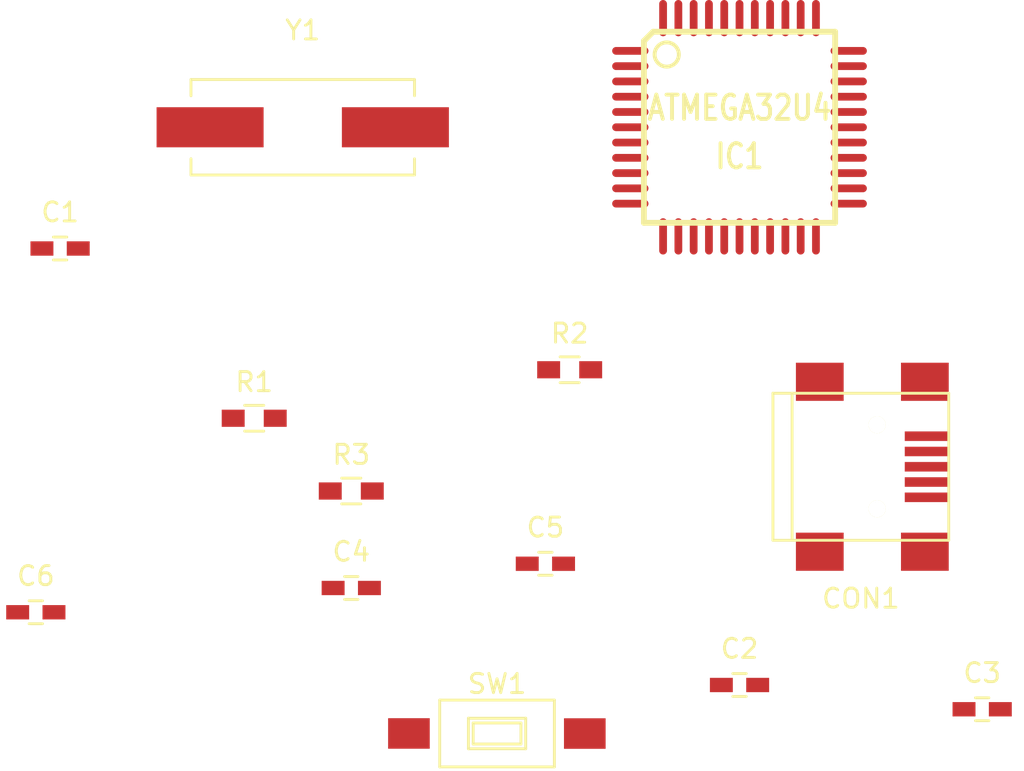
<source format=kicad_pcb>
(kicad_pcb (version 4) (host pcbnew "(2015-03-11 BZR 5507)-product")

  (general
    (links 36)
    (no_connects 36)
    (area 0 0 0 0)
    (thickness 1.6)
    (drawings 0)
    (tracks 0)
    (zones 0)
    (modules 13)
    (nets 40)
  )

  (page A4)
  (layers
    (0 F.Cu signal)
    (31 B.Cu signal)
    (32 B.Adhes user)
    (33 F.Adhes user)
    (34 B.Paste user)
    (35 F.Paste user)
    (36 B.SilkS user)
    (37 F.SilkS user)
    (38 B.Mask user)
    (39 F.Mask user)
    (40 Dwgs.User user)
    (41 Cmts.User user)
    (42 Eco1.User user)
    (43 Eco2.User user)
    (44 Edge.Cuts user)
    (45 Margin user)
    (46 B.CrtYd user)
    (47 F.CrtYd user)
    (48 B.Fab user)
    (49 F.Fab user)
  )

  (setup
    (last_trace_width 0.254)
    (trace_clearance 0.254)
    (zone_clearance 0.508)
    (zone_45_only no)
    (trace_min 0.254)
    (segment_width 0.2)
    (edge_width 0.1)
    (via_size 0.889)
    (via_drill 0.635)
    (via_min_size 0.889)
    (via_min_drill 0.508)
    (uvia_size 0.508)
    (uvia_drill 0.127)
    (uvias_allowed no)
    (uvia_min_size 0.508)
    (uvia_min_drill 0.127)
    (pcb_text_width 0.3)
    (pcb_text_size 1.5 1.5)
    (mod_edge_width 0.15)
    (mod_text_size 1 1)
    (mod_text_width 0.15)
    (pad_size 1.5 1.5)
    (pad_drill 0.6)
    (pad_to_mask_clearance 0)
    (aux_axis_origin 0 0)
    (visible_elements FFFFFF7F)
    (pcbplotparams
      (layerselection 0x00030_80000001)
      (usegerberextensions false)
      (excludeedgelayer true)
      (linewidth 0.100000)
      (plotframeref false)
      (viasonmask false)
      (mode 1)
      (useauxorigin false)
      (hpglpennumber 1)
      (hpglpenspeed 20)
      (hpglpendiameter 15)
      (hpglpenoverlay 2)
      (psnegative false)
      (psa4output false)
      (plotreference true)
      (plotvalue true)
      (plotinvisibletext false)
      (padsonsilk false)
      (subtractmaskfromsilk false)
      (outputformat 1)
      (mirror false)
      (drillshape 1)
      (scaleselection 1)
      (outputdirectory ""))
  )

  (net 0 "")
  (net 1 "Net-(C1-Pad1)")
  (net 2 GNDREF)
  (net 3 "Net-(C4-Pad1)")
  (net 4 "Net-(C5-Pad1)")
  (net 5 "Net-(CON1-Pad2)")
  (net 6 "Net-(CON1-Pad3)")
  (net 7 "Net-(CON1-Pad4)")
  (net 8 "Net-(CON1-Pad6)")
  (net 9 "Net-(IC1-Pad39)")
  (net 10 "Net-(IC1-Pad40)")
  (net 11 "Net-(IC1-Pad41)")
  (net 12 "Net-(IC1-Pad42)")
  (net 13 "Net-(IC1-Pad38)")
  (net 14 "Net-(IC1-Pad37)")
  (net 15 "Net-(IC1-Pad36)")
  (net 16 "Net-(IC1-Pad13)")
  (net 17 "Net-(IC1-Pad12)")
  (net 18 "Net-(IC1-Pad18)")
  (net 19 "Net-(IC1-Pad19)")
  (net 20 "Net-(IC1-Pad20)")
  (net 21 "Net-(IC1-Pad21)")
  (net 22 "Net-(IC1-Pad22)")
  (net 23 "Net-(IC1-Pad6)")
  (net 24 "Net-(IC1-Pad28)")
  (net 25 "Net-(IC1-Pad27)")
  (net 26 "Net-(IC1-Pad26)")
  (net 27 "Net-(IC1-Pad8)")
  (net 28 "Net-(IC1-Pad9)")
  (net 29 "Net-(IC1-Pad25)")
  (net 30 "Net-(IC1-Pad10)")
  (net 31 "Net-(IC1-Pad11)")
  (net 32 "Net-(IC1-Pad29)")
  (net 33 "Net-(IC1-Pad4)")
  (net 34 "Net-(IC1-Pad30)")
  (net 35 "Net-(IC1-Pad31)")
  (net 36 "Net-(IC1-Pad3)")
  (net 37 "Net-(IC1-Pad32)")
  (net 38 "Net-(IC1-Pad33)")
  (net 39 "Net-(IC1-Pad1)")

  (net_class Default "This is the default net class."
    (clearance 0.254)
    (trace_width 0.254)
    (via_dia 0.889)
    (via_drill 0.635)
    (uvia_dia 0.508)
    (uvia_drill 0.127)
    (add_net GNDREF)
    (add_net "Net-(C1-Pad1)")
    (add_net "Net-(C4-Pad1)")
    (add_net "Net-(C5-Pad1)")
    (add_net "Net-(CON1-Pad2)")
    (add_net "Net-(CON1-Pad3)")
    (add_net "Net-(CON1-Pad4)")
    (add_net "Net-(CON1-Pad6)")
    (add_net "Net-(IC1-Pad1)")
    (add_net "Net-(IC1-Pad10)")
    (add_net "Net-(IC1-Pad11)")
    (add_net "Net-(IC1-Pad12)")
    (add_net "Net-(IC1-Pad13)")
    (add_net "Net-(IC1-Pad18)")
    (add_net "Net-(IC1-Pad19)")
    (add_net "Net-(IC1-Pad20)")
    (add_net "Net-(IC1-Pad21)")
    (add_net "Net-(IC1-Pad22)")
    (add_net "Net-(IC1-Pad25)")
    (add_net "Net-(IC1-Pad26)")
    (add_net "Net-(IC1-Pad27)")
    (add_net "Net-(IC1-Pad28)")
    (add_net "Net-(IC1-Pad29)")
    (add_net "Net-(IC1-Pad3)")
    (add_net "Net-(IC1-Pad30)")
    (add_net "Net-(IC1-Pad31)")
    (add_net "Net-(IC1-Pad32)")
    (add_net "Net-(IC1-Pad33)")
    (add_net "Net-(IC1-Pad36)")
    (add_net "Net-(IC1-Pad37)")
    (add_net "Net-(IC1-Pad38)")
    (add_net "Net-(IC1-Pad39)")
    (add_net "Net-(IC1-Pad4)")
    (add_net "Net-(IC1-Pad40)")
    (add_net "Net-(IC1-Pad41)")
    (add_net "Net-(IC1-Pad42)")
    (add_net "Net-(IC1-Pad6)")
    (add_net "Net-(IC1-Pad8)")
    (add_net "Net-(IC1-Pad9)")
  )

  (module Capacitors_SMD:C_0603_HandSoldering (layer F.Cu) (tedit 541A9B4D) (tstamp 5599629D)
    (at 125.73 95.25)
    (descr "Capacitor SMD 0603, hand soldering")
    (tags "capacitor 0603")
    (path /559C76DC)
    (attr smd)
    (fp_text reference C1 (at 0 -1.9) (layer F.SilkS)
      (effects (font (size 1 1) (thickness 0.15)))
    )
    (fp_text value 0.1uF (at 0 1.9) (layer F.Fab)
      (effects (font (size 1 1) (thickness 0.15)))
    )
    (fp_line (start -1.85 -0.75) (end 1.85 -0.75) (layer F.CrtYd) (width 0.05))
    (fp_line (start -1.85 0.75) (end 1.85 0.75) (layer F.CrtYd) (width 0.05))
    (fp_line (start -1.85 -0.75) (end -1.85 0.75) (layer F.CrtYd) (width 0.05))
    (fp_line (start 1.85 -0.75) (end 1.85 0.75) (layer F.CrtYd) (width 0.05))
    (fp_line (start -0.35 -0.6) (end 0.35 -0.6) (layer F.SilkS) (width 0.15))
    (fp_line (start 0.35 0.6) (end -0.35 0.6) (layer F.SilkS) (width 0.15))
    (pad 1 smd rect (at -0.95 0) (size 1.2 0.75) (layers F.Cu F.Paste F.Mask)
      (net 1 "Net-(C1-Pad1)"))
    (pad 2 smd rect (at 0.95 0) (size 1.2 0.75) (layers F.Cu F.Paste F.Mask)
      (net 2 GNDREF))
    (model Capacitors_SMD.3dshapes/C_0603_HandSoldering.wrl
      (at (xyz 0 0 0))
      (scale (xyz 1 1 1))
      (rotate (xyz 0 0 0))
    )
  )

  (module Capacitors_SMD:C_0603_HandSoldering (layer F.Cu) (tedit 541A9B4D) (tstamp 559962A3)
    (at 161.29 118.11)
    (descr "Capacitor SMD 0603, hand soldering")
    (tags "capacitor 0603")
    (path /559C7626)
    (attr smd)
    (fp_text reference C2 (at 0 -1.9) (layer F.SilkS)
      (effects (font (size 1 1) (thickness 0.15)))
    )
    (fp_text value 0.1uF (at 0 1.9) (layer F.Fab)
      (effects (font (size 1 1) (thickness 0.15)))
    )
    (fp_line (start -1.85 -0.75) (end 1.85 -0.75) (layer F.CrtYd) (width 0.05))
    (fp_line (start -1.85 0.75) (end 1.85 0.75) (layer F.CrtYd) (width 0.05))
    (fp_line (start -1.85 -0.75) (end -1.85 0.75) (layer F.CrtYd) (width 0.05))
    (fp_line (start 1.85 -0.75) (end 1.85 0.75) (layer F.CrtYd) (width 0.05))
    (fp_line (start -0.35 -0.6) (end 0.35 -0.6) (layer F.SilkS) (width 0.15))
    (fp_line (start 0.35 0.6) (end -0.35 0.6) (layer F.SilkS) (width 0.15))
    (pad 1 smd rect (at -0.95 0) (size 1.2 0.75) (layers F.Cu F.Paste F.Mask)
      (net 1 "Net-(C1-Pad1)"))
    (pad 2 smd rect (at 0.95 0) (size 1.2 0.75) (layers F.Cu F.Paste F.Mask)
      (net 2 GNDREF))
    (model Capacitors_SMD.3dshapes/C_0603_HandSoldering.wrl
      (at (xyz 0 0 0))
      (scale (xyz 1 1 1))
      (rotate (xyz 0 0 0))
    )
  )

  (module Capacitors_SMD:C_0603_HandSoldering (layer F.Cu) (tedit 541A9B4D) (tstamp 559962A9)
    (at 173.99 119.38)
    (descr "Capacitor SMD 0603, hand soldering")
    (tags "capacitor 0603")
    (path /559C7565)
    (attr smd)
    (fp_text reference C3 (at 0 -1.9) (layer F.SilkS)
      (effects (font (size 1 1) (thickness 0.15)))
    )
    (fp_text value 0.1uF (at 0 1.9) (layer F.Fab)
      (effects (font (size 1 1) (thickness 0.15)))
    )
    (fp_line (start -1.85 -0.75) (end 1.85 -0.75) (layer F.CrtYd) (width 0.05))
    (fp_line (start -1.85 0.75) (end 1.85 0.75) (layer F.CrtYd) (width 0.05))
    (fp_line (start -1.85 -0.75) (end -1.85 0.75) (layer F.CrtYd) (width 0.05))
    (fp_line (start 1.85 -0.75) (end 1.85 0.75) (layer F.CrtYd) (width 0.05))
    (fp_line (start -0.35 -0.6) (end 0.35 -0.6) (layer F.SilkS) (width 0.15))
    (fp_line (start 0.35 0.6) (end -0.35 0.6) (layer F.SilkS) (width 0.15))
    (pad 1 smd rect (at -0.95 0) (size 1.2 0.75) (layers F.Cu F.Paste F.Mask)
      (net 1 "Net-(C1-Pad1)"))
    (pad 2 smd rect (at 0.95 0) (size 1.2 0.75) (layers F.Cu F.Paste F.Mask)
      (net 2 GNDREF))
    (model Capacitors_SMD.3dshapes/C_0603_HandSoldering.wrl
      (at (xyz 0 0 0))
      (scale (xyz 1 1 1))
      (rotate (xyz 0 0 0))
    )
  )

  (module Capacitors_SMD:C_0603_HandSoldering (layer F.Cu) (tedit 541A9B4D) (tstamp 559962AF)
    (at 140.97 113.03)
    (descr "Capacitor SMD 0603, hand soldering")
    (tags "capacitor 0603")
    (path /559D7687)
    (attr smd)
    (fp_text reference C4 (at 0 -1.9) (layer F.SilkS)
      (effects (font (size 1 1) (thickness 0.15)))
    )
    (fp_text value 10pF (at 0 1.9) (layer F.Fab)
      (effects (font (size 1 1) (thickness 0.15)))
    )
    (fp_line (start -1.85 -0.75) (end 1.85 -0.75) (layer F.CrtYd) (width 0.05))
    (fp_line (start -1.85 0.75) (end 1.85 0.75) (layer F.CrtYd) (width 0.05))
    (fp_line (start -1.85 -0.75) (end -1.85 0.75) (layer F.CrtYd) (width 0.05))
    (fp_line (start 1.85 -0.75) (end 1.85 0.75) (layer F.CrtYd) (width 0.05))
    (fp_line (start -0.35 -0.6) (end 0.35 -0.6) (layer F.SilkS) (width 0.15))
    (fp_line (start 0.35 0.6) (end -0.35 0.6) (layer F.SilkS) (width 0.15))
    (pad 1 smd rect (at -0.95 0) (size 1.2 0.75) (layers F.Cu F.Paste F.Mask)
      (net 3 "Net-(C4-Pad1)"))
    (pad 2 smd rect (at 0.95 0) (size 1.2 0.75) (layers F.Cu F.Paste F.Mask)
      (net 2 GNDREF))
    (model Capacitors_SMD.3dshapes/C_0603_HandSoldering.wrl
      (at (xyz 0 0 0))
      (scale (xyz 1 1 1))
      (rotate (xyz 0 0 0))
    )
  )

  (module Capacitors_SMD:C_0603_HandSoldering (layer F.Cu) (tedit 541A9B4D) (tstamp 559962B5)
    (at 151.13 111.76)
    (descr "Capacitor SMD 0603, hand soldering")
    (tags "capacitor 0603")
    (path /559D7752)
    (attr smd)
    (fp_text reference C5 (at 0 -1.9) (layer F.SilkS)
      (effects (font (size 1 1) (thickness 0.15)))
    )
    (fp_text value 10pF (at 0 1.9) (layer F.Fab)
      (effects (font (size 1 1) (thickness 0.15)))
    )
    (fp_line (start -1.85 -0.75) (end 1.85 -0.75) (layer F.CrtYd) (width 0.05))
    (fp_line (start -1.85 0.75) (end 1.85 0.75) (layer F.CrtYd) (width 0.05))
    (fp_line (start -1.85 -0.75) (end -1.85 0.75) (layer F.CrtYd) (width 0.05))
    (fp_line (start 1.85 -0.75) (end 1.85 0.75) (layer F.CrtYd) (width 0.05))
    (fp_line (start -0.35 -0.6) (end 0.35 -0.6) (layer F.SilkS) (width 0.15))
    (fp_line (start 0.35 0.6) (end -0.35 0.6) (layer F.SilkS) (width 0.15))
    (pad 1 smd rect (at -0.95 0) (size 1.2 0.75) (layers F.Cu F.Paste F.Mask)
      (net 4 "Net-(C5-Pad1)"))
    (pad 2 smd rect (at 0.95 0) (size 1.2 0.75) (layers F.Cu F.Paste F.Mask)
      (net 2 GNDREF))
    (model Capacitors_SMD.3dshapes/C_0603_HandSoldering.wrl
      (at (xyz 0 0 0))
      (scale (xyz 1 1 1))
      (rotate (xyz 0 0 0))
    )
  )

  (module Capacitors_SMD:C_0603_HandSoldering (layer F.Cu) (tedit 541A9B4D) (tstamp 559962BB)
    (at 124.46 114.3)
    (descr "Capacitor SMD 0603, hand soldering")
    (tags "capacitor 0603")
    (path /559C3A75)
    (attr smd)
    (fp_text reference C6 (at 0 -1.9) (layer F.SilkS)
      (effects (font (size 1 1) (thickness 0.15)))
    )
    (fp_text value 1uF (at 0 1.9) (layer F.Fab)
      (effects (font (size 1 1) (thickness 0.15)))
    )
    (fp_line (start -1.85 -0.75) (end 1.85 -0.75) (layer F.CrtYd) (width 0.05))
    (fp_line (start -1.85 0.75) (end 1.85 0.75) (layer F.CrtYd) (width 0.05))
    (fp_line (start -1.85 -0.75) (end -1.85 0.75) (layer F.CrtYd) (width 0.05))
    (fp_line (start 1.85 -0.75) (end 1.85 0.75) (layer F.CrtYd) (width 0.05))
    (fp_line (start -0.35 -0.6) (end 0.35 -0.6) (layer F.SilkS) (width 0.15))
    (fp_line (start 0.35 0.6) (end -0.35 0.6) (layer F.SilkS) (width 0.15))
    (pad 1 smd rect (at -0.95 0) (size 1.2 0.75) (layers F.Cu F.Paste F.Mask)
      (net 1 "Net-(C1-Pad1)"))
    (pad 2 smd rect (at 0.95 0) (size 1.2 0.75) (layers F.Cu F.Paste F.Mask)
      (net 2 GNDREF))
    (model Capacitors_SMD.3dshapes/C_0603_HandSoldering.wrl
      (at (xyz 0 0 0))
      (scale (xyz 1 1 1))
      (rotate (xyz 0 0 0))
    )
  )

  (module Connect:USB_Mini-B (layer F.Cu) (tedit 5543E571) (tstamp 559962CA)
    (at 167.64 106.68)
    (descr "USB Mini-B 5-pin SMD connector")
    (tags "USB USB_B USB_Mini connector")
    (path /559B6055)
    (attr smd)
    (fp_text reference CON1 (at 0 6.90118) (layer F.SilkS)
      (effects (font (size 1 1) (thickness 0.15)))
    )
    (fp_text value USB-MINI-B (at 0 -7.0993) (layer F.Fab)
      (effects (font (size 1 1) (thickness 0.15)))
    )
    (fp_line (start -4.85 -5.7) (end 4.85 -5.7) (layer F.CrtYd) (width 0.05))
    (fp_line (start 4.85 -5.7) (end 4.85 5.7) (layer F.CrtYd) (width 0.05))
    (fp_line (start 4.85 5.7) (end -4.85 5.7) (layer F.CrtYd) (width 0.05))
    (fp_line (start -4.85 5.7) (end -4.85 -5.7) (layer F.CrtYd) (width 0.05))
    (fp_line (start -3.59918 -3.85064) (end -3.59918 3.85064) (layer F.SilkS) (width 0.15))
    (fp_line (start -4.59994 -3.85064) (end -4.59994 3.85064) (layer F.SilkS) (width 0.15))
    (fp_line (start -4.59994 3.85064) (end 4.59994 3.85064) (layer F.SilkS) (width 0.15))
    (fp_line (start 4.59994 3.85064) (end 4.59994 -3.85064) (layer F.SilkS) (width 0.15))
    (fp_line (start 4.59994 -3.85064) (end -4.59994 -3.85064) (layer F.SilkS) (width 0.15))
    (pad 1 smd rect (at 3.44932 -1.6002) (size 2.30124 0.50038) (layers F.Cu F.Paste F.Mask)
      (net 1 "Net-(C1-Pad1)"))
    (pad 2 smd rect (at 3.44932 -0.8001) (size 2.30124 0.50038) (layers F.Cu F.Paste F.Mask)
      (net 5 "Net-(CON1-Pad2)"))
    (pad 3 smd rect (at 3.44932 0) (size 2.30124 0.50038) (layers F.Cu F.Paste F.Mask)
      (net 6 "Net-(CON1-Pad3)"))
    (pad 4 smd rect (at 3.44932 0.8001) (size 2.30124 0.50038) (layers F.Cu F.Paste F.Mask)
      (net 7 "Net-(CON1-Pad4)"))
    (pad 5 smd rect (at 3.44932 1.6002) (size 2.30124 0.50038) (layers F.Cu F.Paste F.Mask)
      (net 2 GNDREF))
    (pad 6 smd rect (at 3.35026 -4.45008) (size 2.49936 1.99898) (layers F.Cu F.Paste F.Mask)
      (net 8 "Net-(CON1-Pad6)"))
    (pad 6 smd rect (at -2.14884 -4.45008) (size 2.49936 1.99898) (layers F.Cu F.Paste F.Mask)
      (net 8 "Net-(CON1-Pad6)"))
    (pad 6 smd rect (at 3.35026 4.45008) (size 2.49936 1.99898) (layers F.Cu F.Paste F.Mask)
      (net 8 "Net-(CON1-Pad6)"))
    (pad 6 smd rect (at -2.14884 4.45008) (size 2.49936 1.99898) (layers F.Cu F.Paste F.Mask)
      (net 8 "Net-(CON1-Pad6)"))
    (pad "" np_thru_hole circle (at 0.8509 -2.19964) (size 0.89916 0.89916) (drill 0.89916) (layers *.Cu *.Mask F.SilkS))
    (pad "" np_thru_hole circle (at 0.8509 2.19964) (size 0.89916 0.89916) (drill 0.89916) (layers *.Cu *.Mask F.SilkS))
  )

  (module tqfp:TQFP44 (layer F.Cu) (tedit 5251534B) (tstamp 559962FA)
    (at 161.29 88.9)
    (descr "TQFP44 with rounded pads")
    (path /559B4FC3)
    (attr smd)
    (fp_text reference IC1 (at 0 1.524) (layer F.SilkS)
      (effects (font (size 1.27 1.016) (thickness 0.2032)))
    )
    (fp_text value ATMEGA32U4 (at 0 -1.016) (layer F.SilkS)
      (effects (font (size 1.27 1.016) (thickness 0.2032)))
    )
    (fp_line (start 5.0038 -5.0038) (end 5.0038 5.0038) (layer F.SilkS) (width 0.3048))
    (fp_line (start 5.0038 5.0038) (end -5.0038 5.0038) (layer F.SilkS) (width 0.3048))
    (fp_line (start -5.0038 -4.5212) (end -5.0038 5.0038) (layer F.SilkS) (width 0.3048))
    (fp_line (start -4.5212 -5.0038) (end 5.0038 -5.0038) (layer F.SilkS) (width 0.3048))
    (fp_line (start -5.0038 -4.5212) (end -4.5212 -5.0038) (layer F.SilkS) (width 0.3048))
    (fp_circle (center -3.81 -3.81) (end -3.81 -3.175) (layer F.SilkS) (width 0.2032))
    (pad 39 smd oval (at 0 -5.715) (size 0.4064 1.89992) (layers F.Cu F.Paste F.Mask)
      (net 9 "Net-(IC1-Pad39)"))
    (pad 40 smd oval (at -0.8001 -5.715) (size 0.4064 1.89992) (layers F.Cu F.Paste F.Mask)
      (net 10 "Net-(IC1-Pad40)"))
    (pad 41 smd oval (at -1.6002 -5.715) (size 0.4064 1.89992) (layers F.Cu F.Paste F.Mask)
      (net 11 "Net-(IC1-Pad41)"))
    (pad 42 smd oval (at -2.4003 -5.715) (size 0.4064 1.89992) (layers F.Cu F.Paste F.Mask)
      (net 12 "Net-(IC1-Pad42)"))
    (pad 43 smd oval (at -3.2004 -5.715) (size 0.4064 1.89992) (layers F.Cu F.Paste F.Mask)
      (net 2 GNDREF))
    (pad 44 smd oval (at -4.0005 -5.715) (size 0.4064 1.89992) (layers F.Cu F.Paste F.Mask)
      (net 1 "Net-(C1-Pad1)"))
    (pad 38 smd oval (at 0.8001 -5.715) (size 0.4064 1.89992) (layers F.Cu F.Paste F.Mask)
      (net 13 "Net-(IC1-Pad38)"))
    (pad 37 smd oval (at 1.6002 -5.715) (size 0.4064 1.89992) (layers F.Cu F.Paste F.Mask)
      (net 14 "Net-(IC1-Pad37)"))
    (pad 36 smd oval (at 2.4003 -5.715) (size 0.4064 1.89992) (layers F.Cu F.Paste F.Mask)
      (net 15 "Net-(IC1-Pad36)"))
    (pad 35 smd oval (at 3.2004 -5.715) (size 0.4064 1.89992) (layers F.Cu F.Paste F.Mask)
      (net 2 GNDREF))
    (pad 34 smd oval (at 4.0005 -5.715) (size 0.4064 1.89992) (layers F.Cu F.Paste F.Mask)
      (net 1 "Net-(C1-Pad1)"))
    (pad 17 smd oval (at 0 5.715) (size 0.4064 1.89992) (layers F.Cu F.Paste F.Mask)
      (net 4 "Net-(C5-Pad1)"))
    (pad 16 smd oval (at -0.8001 5.715) (size 0.4064 1.89992) (layers F.Cu F.Paste F.Mask)
      (net 3 "Net-(C4-Pad1)"))
    (pad 15 smd oval (at -1.6002 5.715) (size 0.4064 1.89992) (layers F.Cu F.Paste F.Mask)
      (net 2 GNDREF))
    (pad 14 smd oval (at -2.4003 5.715) (size 0.4064 1.89992) (layers F.Cu F.Paste F.Mask)
      (net 1 "Net-(C1-Pad1)"))
    (pad 13 smd oval (at -3.2004 5.715) (size 0.4064 1.89992) (layers F.Cu F.Paste F.Mask)
      (net 16 "Net-(IC1-Pad13)"))
    (pad 12 smd oval (at -4.0005 5.715) (size 0.4064 1.89992) (layers F.Cu F.Paste F.Mask)
      (net 17 "Net-(IC1-Pad12)"))
    (pad 18 smd oval (at 0.8001 5.715) (size 0.4064 1.89992) (layers F.Cu F.Paste F.Mask)
      (net 18 "Net-(IC1-Pad18)"))
    (pad 19 smd oval (at 1.6002 5.715) (size 0.4064 1.89992) (layers F.Cu F.Paste F.Mask)
      (net 19 "Net-(IC1-Pad19)"))
    (pad 20 smd oval (at 2.4003 5.715) (size 0.4064 1.89992) (layers F.Cu F.Paste F.Mask)
      (net 20 "Net-(IC1-Pad20)"))
    (pad 21 smd oval (at 3.2004 5.715) (size 0.4064 1.89992) (layers F.Cu F.Paste F.Mask)
      (net 21 "Net-(IC1-Pad21)"))
    (pad 22 smd oval (at 4.0005 5.715) (size 0.4064 1.89992) (layers F.Cu F.Paste F.Mask)
      (net 22 "Net-(IC1-Pad22)"))
    (pad 6 smd oval (at -5.715 0) (size 1.89992 0.4064) (layers F.Cu F.Paste F.Mask)
      (net 23 "Net-(IC1-Pad6)"))
    (pad 28 smd oval (at 5.715 0) (size 1.89992 0.4064) (layers F.Cu F.Paste F.Mask)
      (net 24 "Net-(IC1-Pad28)"))
    (pad 7 smd oval (at -5.715 0.8001) (size 1.89992 0.4064) (layers F.Cu F.Paste F.Mask)
      (net 1 "Net-(C1-Pad1)"))
    (pad 27 smd oval (at 5.715 0.8001) (size 1.89992 0.4064) (layers F.Cu F.Paste F.Mask)
      (net 25 "Net-(IC1-Pad27)"))
    (pad 26 smd oval (at 5.715 1.6002) (size 1.89992 0.4064) (layers F.Cu F.Paste F.Mask)
      (net 26 "Net-(IC1-Pad26)"))
    (pad 8 smd oval (at -5.715 1.6002) (size 1.89992 0.4064) (layers F.Cu F.Paste F.Mask)
      (net 27 "Net-(IC1-Pad8)"))
    (pad 9 smd oval (at -5.715 2.4003) (size 1.89992 0.4064) (layers F.Cu F.Paste F.Mask)
      (net 28 "Net-(IC1-Pad9)"))
    (pad 25 smd oval (at 5.715 2.4003) (size 1.89992 0.4064) (layers F.Cu F.Paste F.Mask)
      (net 29 "Net-(IC1-Pad25)"))
    (pad 24 smd oval (at 5.715 3.2004) (size 1.89992 0.4064) (layers F.Cu F.Paste F.Mask)
      (net 1 "Net-(C1-Pad1)"))
    (pad 10 smd oval (at -5.715 3.2004) (size 1.89992 0.4064) (layers F.Cu F.Paste F.Mask)
      (net 30 "Net-(IC1-Pad10)"))
    (pad 11 smd oval (at -5.715 4.0005) (size 1.89992 0.4064) (layers F.Cu F.Paste F.Mask)
      (net 31 "Net-(IC1-Pad11)"))
    (pad 23 smd oval (at 5.715 4.0005) (size 1.89992 0.4064) (layers F.Cu F.Paste F.Mask)
      (net 2 GNDREF))
    (pad 29 smd oval (at 5.715 -0.8001) (size 1.89992 0.4064) (layers F.Cu F.Paste F.Mask)
      (net 32 "Net-(IC1-Pad29)"))
    (pad 5 smd oval (at -5.715 -0.8001) (size 1.89992 0.4064) (layers F.Cu F.Paste F.Mask)
      (net 2 GNDREF))
    (pad 4 smd oval (at -5.715 -1.6002) (size 1.89992 0.4064) (layers F.Cu F.Paste F.Mask)
      (net 33 "Net-(IC1-Pad4)"))
    (pad 30 smd oval (at 5.715 -1.6002) (size 1.89992 0.4064) (layers F.Cu F.Paste F.Mask)
      (net 34 "Net-(IC1-Pad30)"))
    (pad 31 smd oval (at 5.715 -2.4003) (size 1.89992 0.4064) (layers F.Cu F.Paste F.Mask)
      (net 35 "Net-(IC1-Pad31)"))
    (pad 3 smd oval (at -5.715 -2.4003) (size 1.89992 0.4064) (layers F.Cu F.Paste F.Mask)
      (net 36 "Net-(IC1-Pad3)"))
    (pad 2 smd oval (at -5.715 -3.2004) (size 1.89992 0.4064) (layers F.Cu F.Paste F.Mask)
      (net 1 "Net-(C1-Pad1)"))
    (pad 32 smd oval (at 5.715 -3.2004) (size 1.89992 0.4064) (layers F.Cu F.Paste F.Mask)
      (net 37 "Net-(IC1-Pad32)"))
    (pad 33 smd oval (at 5.715 -4.0005) (size 1.89992 0.4064) (layers F.Cu F.Paste F.Mask)
      (net 38 "Net-(IC1-Pad33)"))
    (pad 1 smd oval (at -5.715 -4.0005) (size 1.89992 0.4064) (layers F.Cu F.Paste F.Mask)
      (net 39 "Net-(IC1-Pad1)"))
  )

  (module Resistors_SMD:R_0603_HandSoldering (layer F.Cu) (tedit 5418A00F) (tstamp 55996300)
    (at 135.89 104.14)
    (descr "Resistor SMD 0603, hand soldering")
    (tags "resistor 0603")
    (path /559D105D)
    (attr smd)
    (fp_text reference R1 (at 0 -1.9) (layer F.SilkS)
      (effects (font (size 1 1) (thickness 0.15)))
    )
    (fp_text value 22 (at 0 1.9) (layer F.Fab)
      (effects (font (size 1 1) (thickness 0.15)))
    )
    (fp_line (start -2 -0.8) (end 2 -0.8) (layer F.CrtYd) (width 0.05))
    (fp_line (start -2 0.8) (end 2 0.8) (layer F.CrtYd) (width 0.05))
    (fp_line (start -2 -0.8) (end -2 0.8) (layer F.CrtYd) (width 0.05))
    (fp_line (start 2 -0.8) (end 2 0.8) (layer F.CrtYd) (width 0.05))
    (fp_line (start 0.5 0.675) (end -0.5 0.675) (layer F.SilkS) (width 0.15))
    (fp_line (start -0.5 -0.675) (end 0.5 -0.675) (layer F.SilkS) (width 0.15))
    (pad 1 smd rect (at -1.1 0) (size 1.2 0.9) (layers F.Cu F.Paste F.Mask)
      (net 36 "Net-(IC1-Pad3)"))
    (pad 2 smd rect (at 1.1 0) (size 1.2 0.9) (layers F.Cu F.Paste F.Mask)
      (net 6 "Net-(CON1-Pad3)"))
    (model Resistors_SMD.3dshapes/R_0603_HandSoldering.wrl
      (at (xyz 0 0 0))
      (scale (xyz 1 1 1))
      (rotate (xyz 0 0 0))
    )
  )

  (module Resistors_SMD:R_0603_HandSoldering (layer F.Cu) (tedit 5418A00F) (tstamp 55996306)
    (at 152.4 101.6)
    (descr "Resistor SMD 0603, hand soldering")
    (tags "resistor 0603")
    (path /559D0F6D)
    (attr smd)
    (fp_text reference R2 (at 0 -1.9) (layer F.SilkS)
      (effects (font (size 1 1) (thickness 0.15)))
    )
    (fp_text value 22 (at 0 1.9) (layer F.Fab)
      (effects (font (size 1 1) (thickness 0.15)))
    )
    (fp_line (start -2 -0.8) (end 2 -0.8) (layer F.CrtYd) (width 0.05))
    (fp_line (start -2 0.8) (end 2 0.8) (layer F.CrtYd) (width 0.05))
    (fp_line (start -2 -0.8) (end -2 0.8) (layer F.CrtYd) (width 0.05))
    (fp_line (start 2 -0.8) (end 2 0.8) (layer F.CrtYd) (width 0.05))
    (fp_line (start 0.5 0.675) (end -0.5 0.675) (layer F.SilkS) (width 0.15))
    (fp_line (start -0.5 -0.675) (end 0.5 -0.675) (layer F.SilkS) (width 0.15))
    (pad 1 smd rect (at -1.1 0) (size 1.2 0.9) (layers F.Cu F.Paste F.Mask)
      (net 33 "Net-(IC1-Pad4)"))
    (pad 2 smd rect (at 1.1 0) (size 1.2 0.9) (layers F.Cu F.Paste F.Mask)
      (net 5 "Net-(CON1-Pad2)"))
    (model Resistors_SMD.3dshapes/R_0603_HandSoldering.wrl
      (at (xyz 0 0 0))
      (scale (xyz 1 1 1))
      (rotate (xyz 0 0 0))
    )
  )

  (module Resistors_SMD:R_0603_HandSoldering (layer F.Cu) (tedit 5418A00F) (tstamp 5599630C)
    (at 140.97 107.95)
    (descr "Resistor SMD 0603, hand soldering")
    (tags "resistor 0603")
    (path /559DEE0A)
    (attr smd)
    (fp_text reference R3 (at 0 -1.9) (layer F.SilkS)
      (effects (font (size 1 1) (thickness 0.15)))
    )
    (fp_text value 1K (at 0 1.9) (layer F.Fab)
      (effects (font (size 1 1) (thickness 0.15)))
    )
    (fp_line (start -2 -0.8) (end 2 -0.8) (layer F.CrtYd) (width 0.05))
    (fp_line (start -2 0.8) (end 2 0.8) (layer F.CrtYd) (width 0.05))
    (fp_line (start -2 -0.8) (end -2 0.8) (layer F.CrtYd) (width 0.05))
    (fp_line (start 2 -0.8) (end 2 0.8) (layer F.CrtYd) (width 0.05))
    (fp_line (start 0.5 0.675) (end -0.5 0.675) (layer F.SilkS) (width 0.15))
    (fp_line (start -0.5 -0.675) (end 0.5 -0.675) (layer F.SilkS) (width 0.15))
    (pad 1 smd rect (at -1.1 0) (size 1.2 0.9) (layers F.Cu F.Paste F.Mask)
      (net 38 "Net-(IC1-Pad33)"))
    (pad 2 smd rect (at 1.1 0) (size 1.2 0.9) (layers F.Cu F.Paste F.Mask)
      (net 2 GNDREF))
    (model Resistors_SMD.3dshapes/R_0603_HandSoldering.wrl
      (at (xyz 0 0 0))
      (scale (xyz 1 1 1))
      (rotate (xyz 0 0 0))
    )
  )

  (module Buttons_Switches_SMD:SW_SPST_FSMSM (layer F.Cu) (tedit 555C8B1B) (tstamp 55996312)
    (at 148.59 120.65)
    (descr http://www.te.com/commerce/DocumentDelivery/DDEController?Action=srchrtrv&DocNm=1437566-3&DocType=Customer+Drawing&DocLang=English)
    (tags "SPST button tactile switch")
    (path /559E107A)
    (attr smd)
    (fp_text reference SW1 (at 0.01011 -2.60022) (layer F.SilkS)
      (effects (font (size 1 1) (thickness 0.15)))
    )
    (fp_text value SW_PUSH (at 0.01011 -0.00022) (layer F.Fab)
      (effects (font (size 1 1) (thickness 0.15)))
    )
    (fp_line (start -1.23989 -0.55022) (end 1.26011 -0.55022) (layer F.SilkS) (width 0.15))
    (fp_line (start 1.26011 -0.55022) (end 1.26011 0.54978) (layer F.SilkS) (width 0.15))
    (fp_line (start 1.26011 0.54978) (end -1.23989 0.54978) (layer F.SilkS) (width 0.15))
    (fp_line (start -1.23989 0.54978) (end -1.23989 -0.55022) (layer F.SilkS) (width 0.15))
    (fp_line (start -1.48989 0.79978) (end 1.51011 0.79978) (layer F.SilkS) (width 0.15))
    (fp_line (start -1.48989 -0.80022) (end 1.51011 -0.80022) (layer F.SilkS) (width 0.15))
    (fp_line (start 1.51011 -0.80022) (end 1.51011 0.79978) (layer F.SilkS) (width 0.15))
    (fp_line (start -1.48989 -0.80022) (end -1.48989 0.79978) (layer F.SilkS) (width 0.15))
    (fp_line (start -5.85 1.95) (end 5.9 1.95) (layer F.CrtYd) (width 0.05))
    (fp_line (start 5.9 -2) (end 5.9 1.95) (layer F.CrtYd) (width 0.05))
    (fp_line (start -2.98989 1.74978) (end 3.01011 1.74978) (layer F.SilkS) (width 0.15))
    (fp_line (start -2.98989 -1.75022) (end 3.01011 -1.75022) (layer F.SilkS) (width 0.15))
    (fp_line (start -2.98989 -1.75022) (end -2.98989 1.74978) (layer F.SilkS) (width 0.15))
    (fp_line (start 3.01011 -1.75022) (end 3.01011 1.74978) (layer F.SilkS) (width 0.15))
    (fp_line (start -5.85 -2) (end -5.85 1.95) (layer F.CrtYd) (width 0.05))
    (fp_line (start -5.85 -2) (end 5.9 -2) (layer F.CrtYd) (width 0.05))
    (pad 1 smd rect (at -4.60243 -0.00232) (size 2.18 1.6) (layers F.Cu F.Paste F.Mask)
      (net 2 GNDREF))
    (pad 2 smd rect (at 4.60243 0.00232) (size 2.18 1.6) (layers F.Cu F.Paste F.Mask)
      (net 16 "Net-(IC1-Pad13)"))
  )

  (module Crystals:Crystal_HC49-SD_SMD (layer F.Cu) (tedit 55996275) (tstamp 55996318)
    (at 138.43 88.9)
    (descr "Crystal, Quarz, HC49-SD, SMD,")
    (tags "Crystal, Quarz, HC49-SD, SMD,")
    (path /559D400C)
    (attr smd)
    (fp_text reference Y1 (at 0 -5.08) (layer F.SilkS)
      (effects (font (size 1 1) (thickness 0.15)))
    )
    (fp_text value 16MHz (at 2.54 5.08) (layer F.Fab)
      (effects (font (size 1 1) (thickness 0.15)))
    )
    (fp_circle (center 0 0) (end 0.8509 0) (layer F.Adhes) (width 0.381))
    (fp_circle (center 0 0) (end 0.50038 0) (layer F.Adhes) (width 0.381))
    (fp_circle (center 0 0) (end 0.14986 0.0508) (layer F.Adhes) (width 0.381))
    (fp_line (start -5.84962 2.49936) (end 5.84962 2.49936) (layer F.SilkS) (width 0.15))
    (fp_line (start 5.84962 -2.49936) (end -5.84962 -2.49936) (layer F.SilkS) (width 0.15))
    (fp_line (start 5.84962 2.49936) (end 5.84962 1.651) (layer F.SilkS) (width 0.15))
    (fp_line (start 5.84962 -2.49936) (end 5.84962 -1.651) (layer F.SilkS) (width 0.15))
    (fp_line (start -5.84962 2.49936) (end -5.84962 1.651) (layer F.SilkS) (width 0.15))
    (fp_line (start -5.84962 -2.49936) (end -5.84962 -1.651) (layer F.SilkS) (width 0.15))
    (pad 1 smd rect (at -4.84886 0) (size 5.6007 2.10058) (layers F.Cu F.Paste F.Mask)
      (net 3 "Net-(C4-Pad1)"))
    (pad 2 smd rect (at 4.84886 0) (size 5.6007 2.10058) (layers F.Cu F.Paste F.Mask)
      (net 4 "Net-(C5-Pad1)"))
  )

)

</source>
